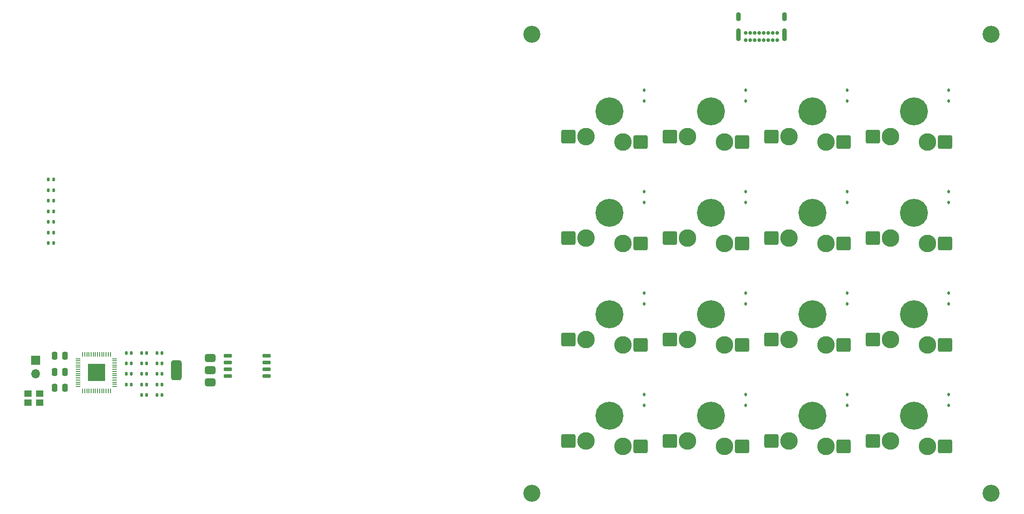
<source format=gbr>
%TF.GenerationSoftware,KiCad,Pcbnew,8.0.3*%
%TF.CreationDate,2024-06-18T00:53:01+07:00*%
%TF.ProjectId,Bandung_v1.0.0,42616e64-756e-4675-9f76-312e302e302e,rev?*%
%TF.SameCoordinates,Original*%
%TF.FileFunction,Soldermask,Bot*%
%TF.FilePolarity,Negative*%
%FSLAX46Y46*%
G04 Gerber Fmt 4.6, Leading zero omitted, Abs format (unit mm)*
G04 Created by KiCad (PCBNEW 8.0.3) date 2024-06-18 00:53:01*
%MOMM*%
%LPD*%
G01*
G04 APERTURE LIST*
G04 Aperture macros list*
%AMRoundRect*
0 Rectangle with rounded corners*
0 $1 Rounding radius*
0 $2 $3 $4 $5 $6 $7 $8 $9 X,Y pos of 4 corners*
0 Add a 4 corners polygon primitive as box body*
4,1,4,$2,$3,$4,$5,$6,$7,$8,$9,$2,$3,0*
0 Add four circle primitives for the rounded corners*
1,1,$1+$1,$2,$3*
1,1,$1+$1,$4,$5*
1,1,$1+$1,$6,$7*
1,1,$1+$1,$8,$9*
0 Add four rect primitives between the rounded corners*
20,1,$1+$1,$2,$3,$4,$5,0*
20,1,$1+$1,$4,$5,$6,$7,0*
20,1,$1+$1,$6,$7,$8,$9,0*
20,1,$1+$1,$8,$9,$2,$3,0*%
G04 Aperture macros list end*
%ADD10C,3.200000*%
%ADD11RoundRect,0.112500X-0.112500X0.187500X-0.112500X-0.187500X0.112500X-0.187500X0.112500X0.187500X0*%
%ADD12C,5.250000*%
%ADD13C,3.300000*%
%ADD14RoundRect,0.255000X1.070000X1.020000X-1.070000X1.020000X-1.070000X-1.020000X1.070000X-1.020000X0*%
%ADD15RoundRect,0.375000X0.625000X0.375000X-0.625000X0.375000X-0.625000X-0.375000X0.625000X-0.375000X0*%
%ADD16RoundRect,0.500000X0.500000X1.400000X-0.500000X1.400000X-0.500000X-1.400000X0.500000X-1.400000X0*%
%ADD17R,1.400000X1.200000*%
%ADD18RoundRect,0.140000X0.140000X0.170000X-0.140000X0.170000X-0.140000X-0.170000X0.140000X-0.170000X0*%
%ADD19RoundRect,0.250000X0.250000X0.475000X-0.250000X0.475000X-0.250000X-0.475000X0.250000X-0.475000X0*%
%ADD20RoundRect,0.135000X0.135000X0.185000X-0.135000X0.185000X-0.135000X-0.185000X0.135000X-0.185000X0*%
%ADD21C,0.700000*%
%ADD22O,0.900000X1.700000*%
%ADD23O,0.900000X2.400000*%
%ADD24R,1.700000X1.700000*%
%ADD25O,1.700000X1.700000*%
%ADD26RoundRect,0.150000X0.650000X0.150000X-0.650000X0.150000X-0.650000X-0.150000X0.650000X-0.150000X0*%
%ADD27RoundRect,0.050000X0.387500X0.050000X-0.387500X0.050000X-0.387500X-0.050000X0.387500X-0.050000X0*%
%ADD28RoundRect,0.050000X0.050000X0.387500X-0.050000X0.387500X-0.050000X-0.387500X0.050000X-0.387500X0*%
%ADD29R,3.200000X3.200000*%
G04 APERTURE END LIST*
D10*
%TO.C,H2*%
X187400000Y-5000000D03*
%TD*%
%TO.C,H4*%
X187400000Y-91200000D03*
%TD*%
%TO.C,H1*%
X101200000Y-5000000D03*
%TD*%
%TO.C,H3*%
X101200000Y-91200000D03*
%TD*%
D11*
%TO.C,D10*%
X141300000Y-53575000D03*
X141300000Y-55675000D03*
%TD*%
%TO.C,D2*%
X141300000Y-15475000D03*
X141300000Y-17575000D03*
%TD*%
D12*
%TO.C,CH9*%
X115725000Y-57625000D03*
D13*
X111325000Y-62325000D03*
D14*
X108080000Y-62325000D03*
X121570000Y-63375000D03*
D13*
X118325000Y-63375000D03*
%TD*%
D15*
%TO.C,U1*%
X40820236Y-65780000D03*
X40820236Y-68080000D03*
D16*
X34520236Y-68080000D03*
D15*
X40820236Y-70380000D03*
%TD*%
D12*
%TO.C,CH6*%
X134775000Y-38575000D03*
D13*
X130375000Y-43275000D03*
D14*
X127130000Y-43275000D03*
X140620000Y-44325000D03*
D13*
X137375000Y-44325000D03*
%TD*%
D12*
%TO.C,CH7*%
X153825000Y-38575000D03*
D13*
X149425000Y-43275000D03*
D14*
X146180000Y-43275000D03*
X159670000Y-44325000D03*
D13*
X156425000Y-44325000D03*
%TD*%
D17*
%TO.C,Y1*%
X8850236Y-74155000D03*
X6650236Y-74155000D03*
X6650236Y-72455000D03*
X8850236Y-72455000D03*
%TD*%
D18*
%TO.C,C6*%
X31790236Y-70775000D03*
X30830236Y-70775000D03*
%TD*%
D12*
%TO.C,CH5*%
X115725000Y-38575000D03*
D13*
X111325000Y-43275000D03*
D14*
X108080000Y-43275000D03*
X121570000Y-44325000D03*
D13*
X118325000Y-44325000D03*
%TD*%
D11*
%TO.C,D7*%
X160350000Y-34525000D03*
X160350000Y-36625000D03*
%TD*%
D12*
%TO.C,CH10*%
X134775000Y-57625000D03*
D13*
X130375000Y-62325000D03*
D14*
X127130000Y-62325000D03*
X140620000Y-63375000D03*
D13*
X137375000Y-63375000D03*
%TD*%
D12*
%TO.C,CH11*%
X153825000Y-57625000D03*
D13*
X149425000Y-62325000D03*
D14*
X146180000Y-62325000D03*
X159670000Y-63375000D03*
D13*
X156425000Y-63375000D03*
%TD*%
D19*
%TO.C,C17*%
X13550236Y-71405000D03*
X11650236Y-71405000D03*
%TD*%
D18*
%TO.C,C16*%
X26050236Y-70775000D03*
X25090236Y-70775000D03*
%TD*%
D19*
%TO.C,C1*%
X13550236Y-65385000D03*
X11650236Y-65385000D03*
%TD*%
D11*
%TO.C,D15*%
X160350000Y-72625000D03*
X160350000Y-74725000D03*
%TD*%
D12*
%TO.C,CH4*%
X172875000Y-19525000D03*
D13*
X168475000Y-24225000D03*
D14*
X165230000Y-24225000D03*
X178720000Y-25275000D03*
D13*
X175475000Y-25275000D03*
%TD*%
D20*
%TO.C,R2*%
X11420236Y-34285000D03*
X10400236Y-34285000D03*
%TD*%
D18*
%TO.C,C10*%
X28920236Y-68805000D03*
X27960236Y-68805000D03*
%TD*%
D21*
%TO.C,J1*%
X141325000Y-6100000D03*
X142175000Y-6100000D03*
X143025000Y-6100000D03*
X143875000Y-6100000D03*
X144725000Y-6100000D03*
X145575000Y-6100000D03*
X146425000Y-6100000D03*
X147275000Y-6100000D03*
X147275000Y-4750000D03*
X146425000Y-4750000D03*
X145575000Y-4750000D03*
X144725000Y-4750000D03*
X143875000Y-4750000D03*
X143025000Y-4750000D03*
X142175000Y-4750000D03*
X141325000Y-4750000D03*
D22*
X139975000Y-1740000D03*
D23*
X139975000Y-5120000D03*
D22*
X148625000Y-1740000D03*
D23*
X148625000Y-5120000D03*
%TD*%
D20*
%TO.C,R5*%
X11420236Y-40255000D03*
X10400236Y-40255000D03*
%TD*%
D11*
%TO.C,D14*%
X141300000Y-72625000D03*
X141300000Y-74725000D03*
%TD*%
D18*
%TO.C,C3*%
X31790236Y-66835000D03*
X30830236Y-66835000D03*
%TD*%
D12*
%TO.C,CH12*%
X172875000Y-57625000D03*
D13*
X168475000Y-62325000D03*
D14*
X165230000Y-62325000D03*
X178720000Y-63375000D03*
D13*
X175475000Y-63375000D03*
%TD*%
D19*
%TO.C,C4*%
X13550236Y-68395000D03*
X11650236Y-68395000D03*
%TD*%
D18*
%TO.C,C13*%
X26050236Y-64865000D03*
X25090236Y-64865000D03*
%TD*%
%TO.C,C7*%
X31790236Y-72745000D03*
X30830236Y-72745000D03*
%TD*%
D11*
%TO.C,D12*%
X179400000Y-53575000D03*
X179400000Y-55675000D03*
%TD*%
D24*
%TO.C,J2*%
X8050236Y-66205000D03*
D25*
X8050236Y-68745000D03*
%TD*%
D11*
%TO.C,D13*%
X122250000Y-72625000D03*
X122250000Y-74725000D03*
%TD*%
D20*
%TO.C,R3*%
X11420236Y-36275000D03*
X10400236Y-36275000D03*
%TD*%
D11*
%TO.C,D16*%
X179400000Y-72625000D03*
X179400000Y-74725000D03*
%TD*%
D18*
%TO.C,C8*%
X28920236Y-64865000D03*
X27960236Y-64865000D03*
%TD*%
D26*
%TO.C,U2*%
X51370236Y-65360000D03*
X51370236Y-66630000D03*
X51370236Y-67900000D03*
X51370236Y-69170000D03*
X44170236Y-69170000D03*
X44170236Y-67900000D03*
X44170236Y-66630000D03*
X44170236Y-65360000D03*
%TD*%
D18*
%TO.C,C5*%
X31790236Y-68805000D03*
X30830236Y-68805000D03*
%TD*%
D20*
%TO.C,R7*%
X11420236Y-44235000D03*
X10400236Y-44235000D03*
%TD*%
%TO.C,R4*%
X11420236Y-38265000D03*
X10400236Y-38265000D03*
%TD*%
%TO.C,R6*%
X11420236Y-42245000D03*
X10400236Y-42245000D03*
%TD*%
%TO.C,R1*%
X11420236Y-32295000D03*
X10400236Y-32295000D03*
%TD*%
D18*
%TO.C,C11*%
X28920236Y-70775000D03*
X27960236Y-70775000D03*
%TD*%
%TO.C,C9*%
X28920236Y-66835000D03*
X27960236Y-66835000D03*
%TD*%
D11*
%TO.C,D6*%
X141300000Y-34525000D03*
X141300000Y-36625000D03*
%TD*%
%TO.C,D11*%
X160350000Y-53575000D03*
X160350000Y-55675000D03*
%TD*%
D18*
%TO.C,C2*%
X31790236Y-64865000D03*
X30830236Y-64865000D03*
%TD*%
%TO.C,C12*%
X28920236Y-72745000D03*
X27960236Y-72745000D03*
%TD*%
D12*
%TO.C,CH15*%
X153825000Y-76675000D03*
D13*
X149425000Y-81375000D03*
D14*
X146180000Y-81375000D03*
X159670000Y-82425000D03*
D13*
X156425000Y-82425000D03*
%TD*%
D12*
%TO.C,CH8*%
X172875000Y-38575000D03*
D13*
X168475000Y-43275000D03*
D14*
X165230000Y-43275000D03*
X178720000Y-44325000D03*
D13*
X175475000Y-44325000D03*
%TD*%
D27*
%TO.C,U3*%
X22917736Y-65935000D03*
X22917736Y-66335000D03*
X22917736Y-66735000D03*
X22917736Y-67135000D03*
X22917736Y-67535000D03*
X22917736Y-67935000D03*
X22917736Y-68335000D03*
X22917736Y-68735000D03*
X22917736Y-69135000D03*
X22917736Y-69535000D03*
X22917736Y-69935000D03*
X22917736Y-70335000D03*
X22917736Y-70735000D03*
X22917736Y-71135000D03*
D28*
X22080236Y-71972500D03*
X21680236Y-71972500D03*
X21280236Y-71972500D03*
X20880236Y-71972500D03*
X20480236Y-71972500D03*
X20080236Y-71972500D03*
X19680236Y-71972500D03*
X19280236Y-71972500D03*
X18880236Y-71972500D03*
X18480236Y-71972500D03*
X18080236Y-71972500D03*
X17680236Y-71972500D03*
X17280236Y-71972500D03*
X16880236Y-71972500D03*
D27*
X16042736Y-71135000D03*
X16042736Y-70735000D03*
X16042736Y-70335000D03*
X16042736Y-69935000D03*
X16042736Y-69535000D03*
X16042736Y-69135000D03*
X16042736Y-68735000D03*
X16042736Y-68335000D03*
X16042736Y-67935000D03*
X16042736Y-67535000D03*
X16042736Y-67135000D03*
X16042736Y-66735000D03*
X16042736Y-66335000D03*
X16042736Y-65935000D03*
D28*
X16880236Y-65097500D03*
X17280236Y-65097500D03*
X17680236Y-65097500D03*
X18080236Y-65097500D03*
X18480236Y-65097500D03*
X18880236Y-65097500D03*
X19280236Y-65097500D03*
X19680236Y-65097500D03*
X20080236Y-65097500D03*
X20480236Y-65097500D03*
X20880236Y-65097500D03*
X21280236Y-65097500D03*
X21680236Y-65097500D03*
X22080236Y-65097500D03*
D29*
X19480236Y-68535000D03*
%TD*%
D18*
%TO.C,C14*%
X26050236Y-66835000D03*
X25090236Y-66835000D03*
%TD*%
D12*
%TO.C,CH16*%
X172875000Y-76675000D03*
D13*
X168475000Y-81375000D03*
D14*
X165230000Y-81375000D03*
X178720000Y-82425000D03*
D13*
X175475000Y-82425000D03*
%TD*%
D12*
%TO.C,CH2*%
X134775000Y-19525000D03*
D13*
X130375000Y-24225000D03*
D14*
X127130000Y-24225000D03*
X140620000Y-25275000D03*
D13*
X137375000Y-25275000D03*
%TD*%
D12*
%TO.C,CH14*%
X134775000Y-76675000D03*
D13*
X130375000Y-81375000D03*
D14*
X127130000Y-81375000D03*
X140620000Y-82425000D03*
D13*
X137375000Y-82425000D03*
%TD*%
D11*
%TO.C,D5*%
X122250000Y-34525000D03*
X122250000Y-36625000D03*
%TD*%
D18*
%TO.C,C15*%
X26050236Y-68805000D03*
X25090236Y-68805000D03*
%TD*%
D11*
%TO.C,D9*%
X122250000Y-53575000D03*
X122250000Y-55675000D03*
%TD*%
D12*
%TO.C,CH13*%
X115725000Y-76675000D03*
D13*
X111325000Y-81375000D03*
D14*
X108080000Y-81375000D03*
X121570000Y-82425000D03*
D13*
X118325000Y-82425000D03*
%TD*%
D11*
%TO.C,D8*%
X179400000Y-34525000D03*
X179400000Y-36625000D03*
%TD*%
%TO.C,D3*%
X160350000Y-15475000D03*
X160350000Y-17575000D03*
%TD*%
%TO.C,D1*%
X122250000Y-15475000D03*
X122250000Y-17575000D03*
%TD*%
D12*
%TO.C,CH3*%
X153825000Y-19525000D03*
D13*
X149425000Y-24225000D03*
D14*
X146180000Y-24225000D03*
X159670000Y-25275000D03*
D13*
X156425000Y-25275000D03*
%TD*%
D11*
%TO.C,D4*%
X179400000Y-15475000D03*
X179400000Y-17575000D03*
%TD*%
D12*
%TO.C,CH1*%
X115725000Y-19525000D03*
D13*
X111325000Y-24225000D03*
D14*
X108080000Y-24225000D03*
X121570000Y-25275000D03*
D13*
X118325000Y-25275000D03*
%TD*%
M02*

</source>
